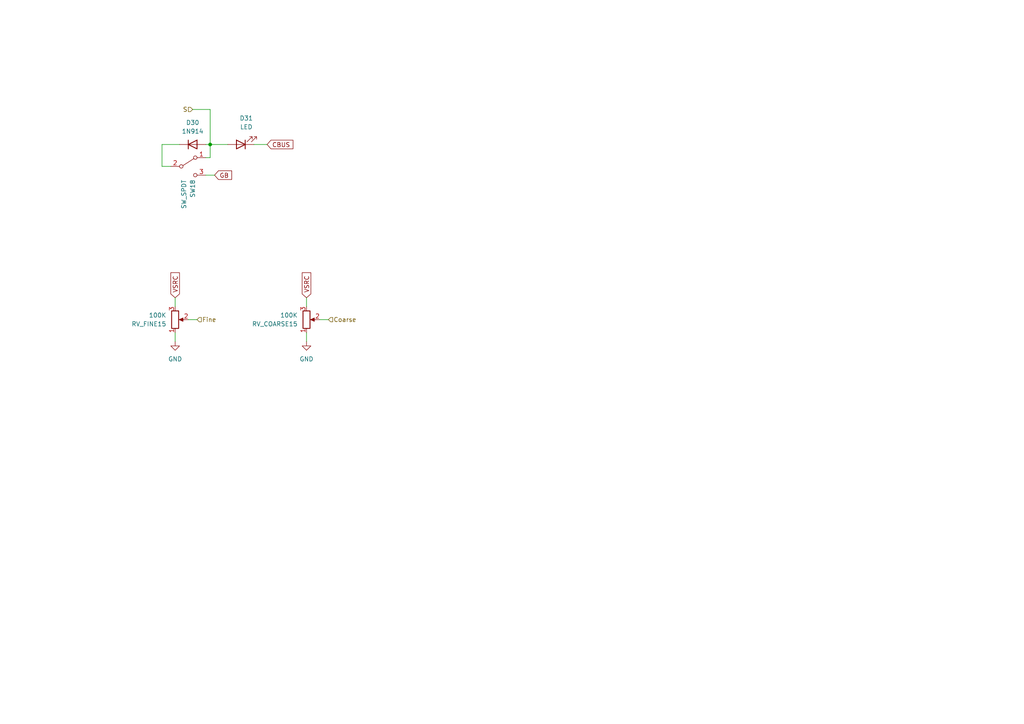
<source format=kicad_sch>
(kicad_sch (version 20230121) (generator eeschema)
  (paper "A4")
  (lib_symbols
    (symbol "Device:LED" (pin_numbers hide) (pin_names (offset 1.016) hide)
      (property "Reference" "D" (at 0 2.54 0))
      (property "Value" "LED" (at 0 -2.54 0))
      (symbol "LED_0_1"
        (polyline (pts (xy -1.27 -1.27) (xy -1.27 1.27)) (stroke (width 0.254)))
        (polyline (pts (xy -1.27 0) (xy 1.27 0)))
        (polyline (pts (xy 1.27 -1.27) (xy 1.27 1.27) (xy -1.27 0) (xy 1.27 -1.27)) (stroke (width 0.254)))
        (polyline (pts (xy -3.048 -0.762) (xy -4.572 -2.286) (xy -3.81 -2.286) (xy -4.572 -2.286) (xy -4.572 -1.524)))
        (polyline (pts (xy -1.778 -0.762) (xy -3.302 -2.286) (xy -2.54 -2.286) (xy -3.302 -2.286) (xy -3.302 -1.524)))
      )
      (symbol "LED_1_1"
        (pin passive line (at -3.81 0 0) (length 2.54) (name "K") (number "1"))
        (pin passive line (at 3.81 0 180) (length 2.54) (name "A") (number "2"))
      )
    )
    (symbol "Device:R_Potentiometer" (pin_names (offset 1.016) hide)
      (property "Reference" "RV" (at -4.445 0 90))
      (property "Value" "R_Potentiometer" (at -2.54 0 90))
      (symbol "R_Potentiometer_0_1"
        (polyline (pts (xy 2.54 0) (xy 1.524 0)))
        (polyline (pts (xy 1.143 0) (xy 2.286 0.508) (xy 2.286 -0.508) (xy 1.143 0)) (fill (type outline)))
        (rectangle (start 1.016 2.54) (end -1.016 -2.54) (stroke (width 0.254)))
      )
      (symbol "R_Potentiometer_1_1"
        (pin passive line (at 0 3.81 270) (length 1.27) (name "1") (number "1"))
        (pin passive line (at 3.81 0 180) (length 1.27) (name "2") (number "2"))
        (pin passive line (at 0 -3.81 90) (length 1.27) (name "3") (number "3"))
      )
    )
    (symbol "Diode:1N914" (pin_numbers hide) (pin_names hide)
      (property "Reference" "D" (at 0 2.54 0))
      (property "Value" "1N914" (at 0 -2.54 0))
      (symbol "1N914_0_1"
        (polyline (pts (xy -1.27 1.27) (xy -1.27 -1.27)) (stroke (width 0.254)))
        (polyline (pts (xy 1.27 0) (xy -1.27 0)))
        (polyline (pts (xy 1.27 1.27) (xy 1.27 -1.27) (xy -1.27 0) (xy 1.27 1.27)) (stroke (width 0.254)))
      )
      (symbol "1N914_1_1"
        (pin passive line (at -3.81 0 0) (length 2.54) (name "K") (number "1"))
        (pin passive line (at 3.81 0 180) (length 2.54) (name "A") (number "2"))
      )
    )
    (symbol "Switch:SW_SPDT" (pin_names (offset 0) hide)
      (property "Reference" "SW" (at 0 4.318 0))
      (property "Value" "SW_SPDT" (at 0 -5.08 0))
      (symbol "SW_SPDT_0_0"
        (circle (center -2.032 0) (radius 0.508))
        (circle (center 2.032 -2.54) (radius 0.508))
      )
      (symbol "SW_SPDT_0_1"
        (polyline (pts (xy -1.524 0.254) (xy 1.651 2.286)))
        (circle (center 2.032 2.54) (radius 0.508))
      )
      (symbol "SW_SPDT_1_1"
        (pin passive line (at 5.08 2.54 180) (length 2.54) (name "A") (number "1"))
        (pin passive line (at -5.08 0 0) (length 2.54) (name "B") (number "2"))
        (pin passive line (at 5.08 -2.54 180) (length 2.54) (name "C") (number "3"))
      )
    )
    (symbol "power:GND" (power) (pin_names (offset 0))
      (property "Value" "GND" (at 0 -3.81 0))
      (symbol "GND_0_1"
        (polyline (pts (xy 0 0) (xy 0 -1.27) (xy 1.27 -1.27) (xy 0 -2.54) (xy -1.27 -1.27) (xy 0 -1.27)))
      )
      (symbol "GND_1_1"
        (pin power_in line (at 0 0 270) (length 0) hide (name "GND") (number "1"))
      )
    )
  )
  (junction (at 60.96 41.91))
  (wire (pts (xy 46.99 41.91) (xy 46.99 48.26)))
  (wire (pts (xy 88.9 96.52) (xy 88.9 99.06)))
  (wire (pts (xy 60.96 31.75) (xy 60.96 41.91)))
  (wire (pts (xy 50.8 86.36) (xy 50.8 88.9)))
  (wire (pts (xy 50.8 96.52) (xy 50.8 99.06)))
  (wire (pts (xy 73.66 41.91) (xy 77.47 41.91)))
  (wire (pts (xy 88.9 86.36) (xy 88.9 88.9)))
  (wire (pts (xy 52.07 41.91) (xy 46.99 41.91)))
  (wire (pts (xy 92.71 92.71) (xy 95.25 92.71)))
  (wire (pts (xy 55.88 31.75) (xy 60.96 31.75)))
  (wire (pts (xy 60.96 45.72) (xy 60.96 41.91)))
  (wire (pts (xy 59.69 50.8) (xy 62.23 50.8)))
  (wire (pts (xy 60.96 41.91) (xy 66.04 41.91)))
  (wire (pts (xy 59.69 45.72) (xy 60.96 45.72)))
  (wire (pts (xy 60.96 41.91) (xy 59.69 41.91)))
  (wire (pts (xy 46.99 48.26) (xy 49.53 48.26)))
  (wire (pts (xy 54.61 92.71) (xy 57.15 92.71)))
  (global_label "CBUS" (shape input) (at 77.47 41.91 0) (property "Intersheetrefs" "${INTERSHEET_REFS}" (effects hide)))
  (global_label "GB" (shape input) (at 62.23 50.8 0) (property "Intersheetrefs" "${INTERSHEET_REFS}" (effects hide)))
  (global_label "VSRC" (shape input) (at 88.9 86.36 90) (property "Intersheetrefs" "${INTERSHEET_REFS}" (effects hide)))
  (global_label "VSRC" (shape input) (at 50.8 86.36 90) (property "Intersheetrefs" "${INTERSHEET_REFS}" (effects hide)))
  (hierarchical_label "Coarse" (shape input) (at 95.25 92.71 0))
  (hierarchical_label "S" (shape input) (at 55.88 31.75 180))
  (hierarchical_label "Fine" (shape input) (at 57.15 92.71 0))
  (symbol (lib_id "power:GND") (at 88.9 99.06 0) (unit 1)
    (property "Reference" "#PWR037" (effects hide))
    (property "Value" "GND" (at 88.9 104.14 0))
    (instances (project "Sequencer-controls" (path "" (reference "#PWR037") (unit 1)) (path "" (reference "#PWR039") (unit 1)) (path "" (reference "#PWR035") (unit 1)) (path "" (reference "#PWR033") (unit 1)) (path "" (reference "#PWR09") (unit 1)) (path "" (reference "#PWR011") (unit 1)) (path "" (reference "#PWR013") (unit 1)) (path "" (reference "#PWR015") (unit 1)) (path "" (reference "#PWR017") (unit 1)) (path "" (reference "#PWR019") (unit 1)) (path "" (reference "#PWR021") (unit 1)) (path "" (reference "#PWR023") (unit 1)) (path "" (reference "#PWR025") (unit 1)) (path "" (reference "#PWR027") (unit 1)) (path "" (reference "#PWR029") (unit 1)) (path "" (reference "#PWR031") (unit 1))))
  )
  (symbol (lib_id "Device:LED") (at 69.85 41.91 180) (unit 1)
    (property "Reference" "D31" (at 71.4375 34.29 0))
    (property "Value" "LED" (at 71.4375 36.83 0))
    (property "Footprint" "LED_THT:LED_D3.0mm" (effects hide))
    (instances (project "Sequencer-controls" (path "" (reference "D31") (unit 1)) (path "" (reference "D33") (unit 1)) (path "" (reference "D29") (unit 1)) (path "" (reference "D27") (unit 1)) (path "" (reference "D3") (unit 1)) (path "" (reference "D5") (unit 1)) (path "" (reference "D7") (unit 1)) (path "" (reference "D9") (unit 1)) (path "" (reference "D11") (unit 1)) (path "" (reference "D13") (unit 1)) (path "" (reference "D15") (unit 1)) (path "" (reference "D17") (unit 1)) (path "" (reference "D19") (unit 1)) (path "" (reference "D21") (unit 1)) (path "" (reference "D23") (unit 1)) (path "" (reference "D25") (unit 1))))
  )
  (symbol (lib_id "Diode:1N914") (at 55.88 41.91 0) (unit 1)
    (property "Reference" "D30" (at 55.88 35.56 0))
    (property "Value" "1N914" (at 55.88 38.1 0))
    (property "Footprint" "Diode_THT:D_DO-35_SOD27_P7.62mm_Horizontal" (effects hide))
    (property "Datasheet" "http://www.vishay.com/docs/85622/1n914.pdf" (effects hide))
    (property "Sim.Device" "D" (effects hide))
    (property "Sim.Pins" "1=K 2=A" (effects hide))
    (instances (project "Sequencer-controls" (path "" (reference "D30") (unit 1)) (path "" (reference "D32") (unit 1)) (path "" (reference "D28") (unit 1)) (path "" (reference "D26") (unit 1)) (path "" (reference "D2") (unit 1)) (path "" (reference "D4") (unit 1)) (path "" (reference "D6") (unit 1)) (path "" (reference "D8") (unit 1)) (path "" (reference "D10") (unit 1)) (path "" (reference "D12") (unit 1)) (path "" (reference "D14") (unit 1)) (path "" (reference "D16") (unit 1)) (path "" (reference "D18") (unit 1)) (path "" (reference "D20") (unit 1)) (path "" (reference "D22") (unit 1)) (path "" (reference "D24") (unit 1))))
  )
  (symbol (lib_id "Device:R_Potentiometer") (at 88.9 92.71 0) (mirror x) (unit 1)
    (property "Reference" "RV_COARSE15" (at 86.36 93.98 0) (effects (justify right)))
    (property "Value" "100K" (at 86.36 91.44 0) (effects (justify right)))
    (property "Footprint" "Library:Potentiometer_Bourns_PTV09A-1_Single_Vertical" (effects hide))
    (instances (project "Sequencer-controls" (path "" (reference "RV_COARSE15") (unit 1)) (path "" (reference "RV_COARSE16") (unit 1)) (path "" (reference "RV_COARSE14") (unit 1)) (path "" (reference "RV_COARSE13") (unit 1)) (path "" (reference "RV_COARSE12") (unit 1)) (path "" (reference "RV_COARSE6") (unit 1)) (path "" (reference "RV_COARSE11") (unit 1)) (path "" (reference "RV_COARSE10") (unit 1)) (path "" (reference "RV_COARSE9") (unit 1)) (path "" (reference "RV_COARSE8") (unit 1)) (path "" (reference "RV_COARSE7") (unit 1)) (path "" (reference "RV1") (unit 1)) (path "" (reference "RV_COARSE5") (unit 1)) (path "" (reference "RV_COARSE4") (unit 1)) (path "" (reference "RV_COARSE3") (unit 1)) (path "" (reference "RV_COARSE2") (unit 1)) (path "" (reference "RV_COARSE1") (unit 1))) (project "VCA-controls" (path "" (reference "RV1") (unit 1))) (project "VCA" (path "" (reference "RV1") (unit 1))))
  )
  (symbol (lib_id "power:GND") (at 50.8 99.06 0) (unit 1)
    (property "Reference" "#PWR036" (effects hide))
    (property "Value" "GND" (at 50.8 104.14 0))
    (instances (project "Sequencer-controls" (path "" (reference "#PWR036") (unit 1)) (path "" (reference "#PWR038") (unit 1)) (path "" (reference "#PWR034") (unit 1)) (path "" (reference "#PWR032") (unit 1)) (path "" (reference "#PWR08") (unit 1)) (path "" (reference "#PWR010") (unit 1)) (path "" (reference "#PWR012") (unit 1)) (path "" (reference "#PWR014") (unit 1)) (path "" (reference "#PWR016") (unit 1)) (path "" (reference "#PWR018") (unit 1)) (path "" (reference "#PWR020") (unit 1)) (path "" (reference "#PWR022") (unit 1)) (path "" (reference "#PWR024") (unit 1)) (path "" (reference "#PWR026") (unit 1)) (path "" (reference "#PWR028") (unit 1)) (path "" (reference "#PWR030") (unit 1))))
  )
  (symbol (lib_id "Switch:SW_SPDT") (at 54.61 48.26 0) (unit 1)
    (property "Reference" "SW18" (at 55.88 52.07 90) (effects (justify right)))
    (property "Value" "SW_SPDT" (at 53.34 52.07 90) (effects (justify right)))
    (property "Footprint" "benjiaomodular:ToggleSwitch_MTS-102_SPDT" (effects hide))
    (instances (project "Sequencer-controls" (path "" (reference "SW18") (unit 1)) (path "" (reference "SW19") (unit 1)) (path "" (reference "SW17") (unit 1)) (path "" (reference "SW16") (unit 1)) (path "" (reference "SW15") (unit 1)) (path "" (reference "SW9") (unit 1)) (path "" (reference "SW14") (unit 1)) (path "" (reference "SW13") (unit 1)) (path "" (reference "SW12") (unit 1)) (path "" (reference "SW11") (unit 1)) (path "" (reference "SW10") (unit 1)) (path "" (reference "SW1") (unit 1)) (path "" (reference "SW8") (unit 1)) (path "" (reference "SW7") (unit 1)) (path "" (reference "SW6") (unit 1)) (path "" (reference "SW5") (unit 1)) (path "" (reference "SW4") (unit 1))) (project "VCA-controls" (path "" (reference "SW1") (unit 1))) (project "VCA" (path "" (reference "SW1") (unit 1))))
  )
  (symbol (lib_id "Device:R_Potentiometer") (at 50.8 92.71 0) (mirror x) (unit 1)
    (property "Reference" "RV_FINE15" (at 48.26 93.98 0) (effects (justify right)))
    (property "Value" "100K" (at 48.26 91.44 0) (effects (justify right)))
    (property "Footprint" "Library:Potentiometer_Bourns_PTV09A-1_Single_Vertical" (effects hide))
    (instances (project "Sequencer-controls" (path "" (reference "RV_FINE15") (unit 1)) (path "" (reference "RV_FINE16") (unit 1)) (path "" (reference "RV_FINE14") (unit 1)) (path "" (reference "RV_FINE13") (unit 1)) (path "" (reference "RV_FINE12") (unit 1)) (path "" (reference "RV_FINE6") (unit 1)) (path "" (reference "RV_FINE11") (unit 1)) (path "" (reference "RV_FINE10") (unit 1)) (path "" (reference "RV_FINE9") (unit 1)) (path "" (reference "RV_FINE8") (unit 1)) (path "" (reference "RV_FINE7") (unit 1)) (path "" (reference "RV1") (unit 1)) (path "" (reference "RV_FINE5") (unit 1)) (path "" (reference "RV_FINE4") (unit 1)) (path "" (reference "RV_FINE3") (unit 1)) (path "" (reference "RV_FINE2") (unit 1)) (path "" (reference "RV_FINE1") (unit 1))) (project "VCA-controls" (path "" (reference "RV1") (unit 1))) (project "VCA" (path "" (reference "RV1") (unit 1))))
  )
)
</source>
